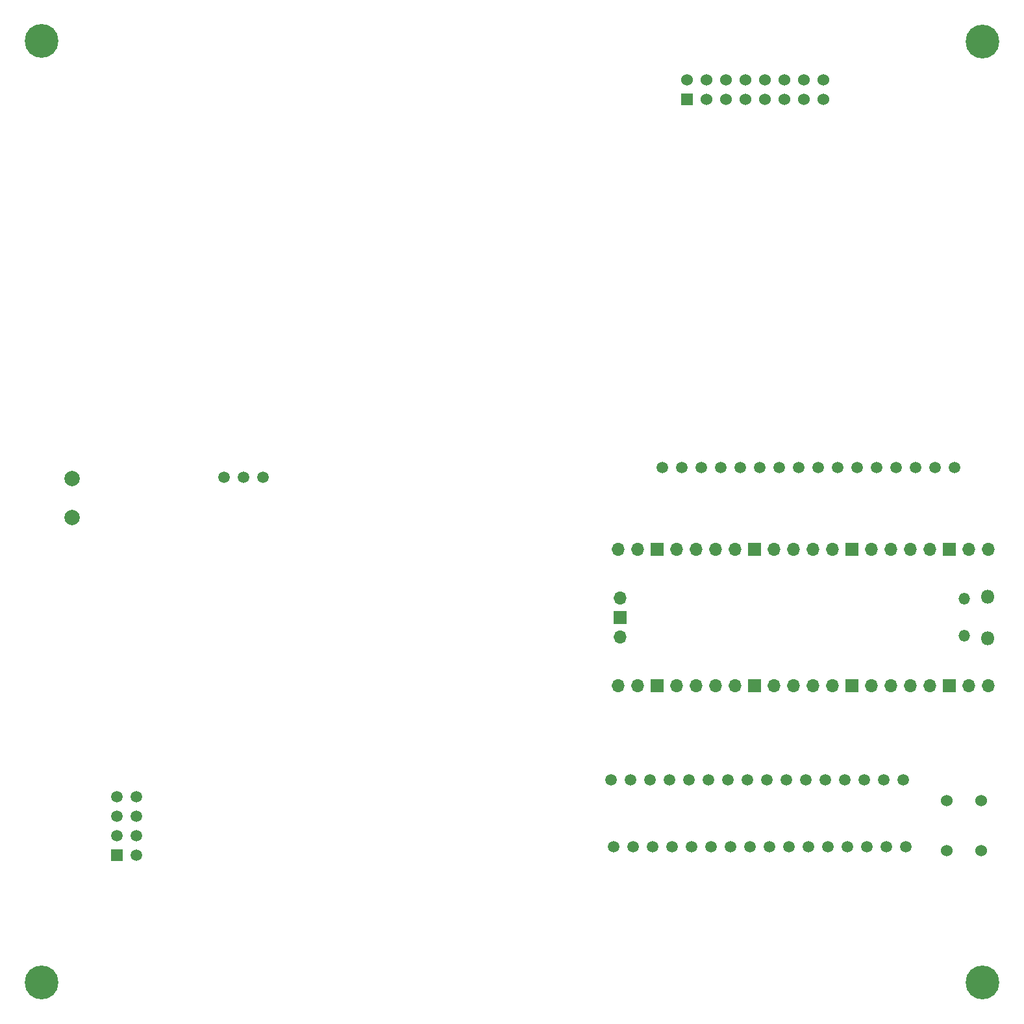
<source format=gbr>
%TF.GenerationSoftware,KiCad,Pcbnew,(5.99.0-10065-g0a0935e0f3)*%
%TF.CreationDate,2021-04-15T14:15:54+02:00*%
%TF.ProjectId,pimop,70696d6f-702e-46b6-9963-61645f706362,rev?*%
%TF.SameCoordinates,Original*%
%TF.FileFunction,Soldermask,Bot*%
%TF.FilePolarity,Negative*%
%FSLAX46Y46*%
G04 Gerber Fmt 4.6, Leading zero omitted, Abs format (unit mm)*
G04 Created by KiCad (PCBNEW (5.99.0-10065-g0a0935e0f3)) date 2021-04-15 14:15:54*
%MOMM*%
%LPD*%
G01*
G04 APERTURE LIST*
%ADD10C,1.500000*%
%ADD11C,1.524000*%
%ADD12C,2.000000*%
%ADD13C,4.400000*%
%ADD14R,1.524000X1.524000*%
%ADD15O,1.800000X1.800000*%
%ADD16O,1.500000X1.500000*%
%ADD17O,1.700000X1.700000*%
%ADD18R,1.700000X1.700000*%
%ADD19R,1.524000X1.500000*%
G04 APERTURE END LIST*
D10*
%TO.C,U2*%
X104110000Y-84965000D03*
X106650000Y-84965000D03*
X109190000Y-84965000D03*
%TD*%
D11*
%TO.C,SW1*%
X198390000Y-133640000D03*
X202890000Y-133640000D03*
X202890000Y-127140000D03*
X198390000Y-127140000D03*
%TD*%
D12*
%TO.C,CON1*%
X84295000Y-90225000D03*
X84295000Y-85145000D03*
%TD*%
D13*
%TO.C,H4*%
X80310000Y-28065000D03*
%TD*%
%TO.C,H1*%
X203040000Y-150855000D03*
%TD*%
D10*
%TO.C,CON3*%
X154595000Y-124385000D03*
X157135000Y-124385000D03*
X159675000Y-124385000D03*
X162215000Y-124385000D03*
X164755000Y-124385000D03*
X167295000Y-124385000D03*
X169835000Y-124385000D03*
X172375000Y-124385000D03*
X174915000Y-124385000D03*
X177455000Y-124385000D03*
X179995000Y-124385000D03*
X182535000Y-124385000D03*
X185075000Y-124385000D03*
X187615000Y-124385000D03*
X190155000Y-124385000D03*
X192695000Y-124385000D03*
%TD*%
D14*
%TO.C,U1*%
X164540000Y-35705000D03*
D11*
X164540000Y-33165000D03*
X167080000Y-35705000D03*
X167080000Y-33165000D03*
X169620000Y-35705000D03*
X169620000Y-33165000D03*
X172160000Y-35705000D03*
X172160000Y-33165000D03*
X174700000Y-35705000D03*
X174700000Y-33165000D03*
X177240000Y-35705000D03*
X177240000Y-33165000D03*
X179780000Y-35705000D03*
X179780000Y-33165000D03*
X182320000Y-35705000D03*
X182320000Y-33165000D03*
%TD*%
D15*
%TO.C,mod1*%
X203675000Y-105935000D03*
X203675000Y-100485000D03*
D16*
X200645000Y-105635000D03*
X200645000Y-100785000D03*
D17*
X203805000Y-94320000D03*
X201265000Y-94320000D03*
D18*
X198725000Y-94320000D03*
D17*
X196185000Y-94320000D03*
X193645000Y-94320000D03*
X191105000Y-94320000D03*
X188565000Y-94320000D03*
D18*
X186025000Y-94320000D03*
D17*
X183485000Y-94320000D03*
X180945000Y-94320000D03*
X178405000Y-94320000D03*
X175865000Y-94320000D03*
D18*
X173325000Y-94320000D03*
D17*
X170785000Y-94320000D03*
X168245000Y-94320000D03*
X165705000Y-94320000D03*
X163165000Y-94320000D03*
D18*
X160625000Y-94320000D03*
D17*
X158085000Y-94320000D03*
X155545000Y-94320000D03*
X155545000Y-112100000D03*
X158085000Y-112100000D03*
D18*
X160625000Y-112100000D03*
D17*
X163165000Y-112100000D03*
X165705000Y-112100000D03*
X168245000Y-112100000D03*
X170785000Y-112100000D03*
D18*
X173325000Y-112100000D03*
D17*
X175865000Y-112100000D03*
X178405000Y-112100000D03*
X180945000Y-112100000D03*
X183485000Y-112100000D03*
D18*
X186025000Y-112100000D03*
D17*
X188565000Y-112100000D03*
X191105000Y-112100000D03*
X193645000Y-112100000D03*
X196185000Y-112100000D03*
D18*
X198725000Y-112100000D03*
D17*
X201265000Y-112100000D03*
X203805000Y-112100000D03*
X155775000Y-100670000D03*
D18*
X155775000Y-103210000D03*
D17*
X155775000Y-105750000D03*
%TD*%
D10*
%TO.C,CON2*%
X161250000Y-83680000D03*
X163790000Y-83680000D03*
X166330000Y-83680000D03*
X168870000Y-83680000D03*
X171410000Y-83680000D03*
X173950000Y-83680000D03*
X176490000Y-83680000D03*
X179030000Y-83680000D03*
X181570000Y-83680000D03*
X184110000Y-83680000D03*
X186650000Y-83680000D03*
X189190000Y-83680000D03*
X191730000Y-83680000D03*
X194270000Y-83680000D03*
X196810000Y-83680000D03*
X199350000Y-83680000D03*
%TD*%
%TO.C,CON4*%
X193045000Y-133145000D03*
X190505000Y-133145000D03*
X187965000Y-133145000D03*
X185425000Y-133145000D03*
X182885000Y-133145000D03*
X180345000Y-133145000D03*
X177805000Y-133145000D03*
X175265000Y-133145000D03*
X172725000Y-133145000D03*
X170185000Y-133145000D03*
X167645000Y-133145000D03*
X165105000Y-133145000D03*
X162565000Y-133145000D03*
X160025000Y-133145000D03*
X157485000Y-133145000D03*
X154945000Y-133145000D03*
%TD*%
D13*
%TO.C,H3*%
X80300000Y-150845000D03*
%TD*%
%TO.C,H2*%
X203050000Y-28095000D03*
%TD*%
D19*
%TO.C,U3*%
X90175000Y-134205000D03*
D10*
X92715000Y-134205000D03*
X90175000Y-131665000D03*
X92715000Y-131665000D03*
X90175000Y-129125000D03*
X92715000Y-129125000D03*
X90175000Y-126585000D03*
X92715000Y-126585000D03*
%TD*%
M02*

</source>
